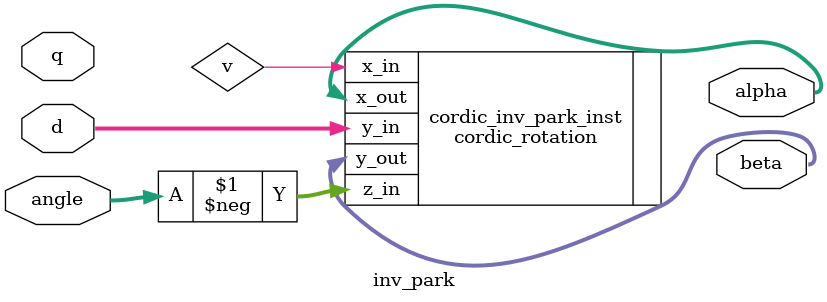
<source format=sv>
`timescale 1ns / 1ps

module inv_park #(
    parameter WIDTH = 12,
    parameter FRACTIONAL_BITS = 8
)(
    input logic signed [WIDTH-1:0] d, q,
    input logic signed [WIDTH-1:0] angle,
    output logic signed [WIDTH-1:0] alpha, beta
);
    
    cordic_rotation #(
        .WIDTH(WIDTH), 
        .FRACTIONAL_BITS(FRACTIONAL_BITS)
    ) cordic_inv_park_inst (
        .x_in(v),
        .y_in(d),
        .z_in(-angle),
        .x_out(alpha),
        .y_out(beta)
    );

endmodule
</source>
